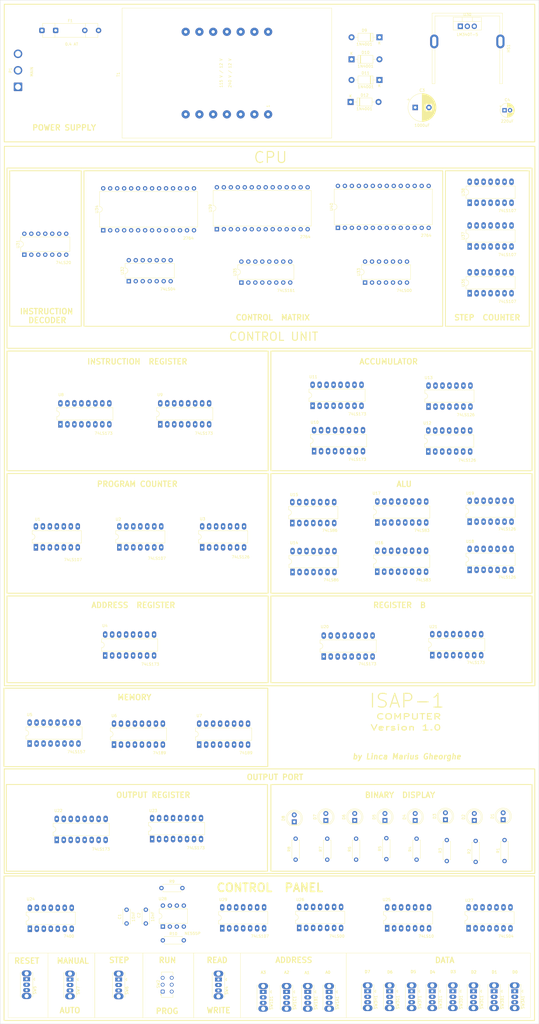
<source format=kicad_pcb>
(kicad_pcb (version 20240108) (generator "pcbnew") (generator_version "8.0")
  (layers (0 "F.Cu" signal) (31 "B.Cu" signal) (34 "B.Paste" user) (35 "F.Paste" user) (36 "B.SilkS" user "B.Silkscreen") (37 "F.SilkS" user "F.Silkscreen") (38 "B.Mask" user) (39 "F.Mask" user) (44 "Edge.Cuts" user))
  (net 0 "")
  (net 1 "GND")
  (net 2 "+5V")
  (net 4 "Net-(U1A-C)")
  (net 5 "Net-(U1B-C)")
  (net 7 "Net-(U1A-Q)")
  (net 8 "Net-(U2A-C)")
  (net 9 "Net-(SW1A1-C)")
  (net 10 "Net-(SW1C1-C)")
  (net 11 "Net-(SW1D1-C)")
  (net 12 "Net-(SW1B1-C)")
  (net 13 "Net-(SW3A1-C)")
  (net 15 "Net-(SW3B1-C)")
  (net 17 "Net-(U16-B2)")
  (net 18 "Net-(U16-B1)")
  (net 19 "/ALU/B5")
  (net 20 "/ALU/B4")
  (net 21 "Net-(U16-B4)")
  (net 22 "Net-(U16-B3)")
  (net 23 "/ALU/B6")
  (net 24 "/ALU/B7")
  (net 25 "/ALU/B2")
  (net 26 "Net-(U17-B1)")
  (net 27 "/ALU/B0")
  (net 28 "/ALU/B1")
  (net 29 "Net-(U17-B4)")
  (net 30 "/ALU/B3")
  (net 31 "Net-(U17-B3)")
  (net 32 "Net-(U17-B2)")
  (net 33 "/ALU/AC6")
  (net 34 "/ALU/AC4")
  (net 35 "Net-(U16-S2)")
  (net 36 "Net-(U16-S4)")
  (net 38 "/ALU/AC5")
  (net 39 "Net-(U16-S3)")
  (net 40 "Net-(U16-S1)")
  (net 41 "Net-(U16-C0)")
  (net 42 "/ALU/AC7")
  (net 43 "Net-(U17-S3)")
  (net 44 "/ALU/AC1")
  (net 45 "/ALU/AC2")
  (net 46 "/ALU/AC0")
  (net 47 "Net-(U17-S4)")
  (net 48 "Net-(U17-S1)")
  (net 49 "Net-(U17-S2)")
  (net 50 "/ALU/D4")
  (net 51 "/ALU/D6")
  (net 52 "/ALU/D7")
  (net 53 "/ALU/D5")
  (net 54 "/ALU/D2")
  (net 55 "/ALU/D3")
  (net 56 "/ALU/D1")
  (net 57 "/ALU/D0")
  (net 62 "Net-(SW3C1-C)")
  (net 64 "Net-(SW3D1-C)")
  (net 67 "Net-(SW3E1-C)")
  (net 69 "Net-(SW3F1-C)")
  (net 70 "Net-(SW3G1-C)")
  (net 72 "Net-(SW3H1-C)")
  (net 77 "Net-(D1-A)")
  (net 78 "Net-(D2-A)")
  (net 79 "Net-(D3-A)")
  (net 80 "Net-(D4-A)")
  (net 81 "Net-(D5-A)")
  (net 82 "Net-(D6-A)")
  (net 83 "Net-(D7-A)")
  (net 84 "Net-(D8-A)")
  (net 85 "/BinaryDisplay/DB0")
  (net 86 "Net-(U24-Pad12)")
  (net 87 "Net-(SW6-C)")
  (net 88 "Net-(U24-Pad10)")
  (net 89 "Net-(SW6-A)")
  (net 90 "Net-(SW7-C)")
  (net 91 "Net-(SW7-A)")
  (net 93 "/MAN")
  (net 95 "Net-(U25-Pad12)")
  (net 96 "Net-(U26-Pad13)")
  (net 97 "Net-(SW5-C)")
  (net 98 "Net-(U26-Pad2)")
  (net 99 "Net-(U26-Pad11)")
  (net 100 "Net-(U29A-Q)")
  (net 101 "Net-(SW5-A)")
  (net 102 "Net-(U27-Pad2)")
  (net 106 "Net-(U28-THR)")
  (net 107 "Net-(U28-Q)")
  (net 108 "Net-(U28-CV)")
  (net 109 "Net-(U28-DIS)")
  (net 113 "/ControlUnit/I7")
  (net 114 "/ControlUnit/I5")
  (net 115 "/ControlUnit/I6")
  (net 116 "/ControlUnit/I4")
  (net 117 "Net-(SW2B-B)")
  (net 118 "Net-(U36B-J)")
  (net 119 "Net-(U36A-K)")
  (net 120 "Net-(U36A-Q)")
  (net 121 "Net-(U36A-~{Q})")
  (net 122 "Net-(U36A-J)")
  (net 123 "Net-(U36B-K)")
  (net 124 "Net-(U37B-K)")
  (net 125 "Net-(U37A-K)")
  (net 126 "Net-(U38A-J)")
  (net 127 "/~{CE}")
  (net 128 "Net-(SW4-C)")
  (net 129 "/CP")
  (net 130 "/CLR")
  (net 131 "/~{CLK}")
  (net 132 "/EP")
  (net 133 "/CLK")
  (net 134 "/~{LM}")
  (net 135 "/~{LI}")
  (net 136 "/~{LA}")
  (net 137 "/EA")
  (net 138 "/SU")
  (net 139 "/EU")
  (net 140 "/~{LB}")
  (net 141 "/HLT")
  (net 142 "/~{LO}")
  (net 143 "Net-(D10-K)")
  (net 144 "Net-(D11-K)")
  (net 145 "/~{EI}")
  (net 146 "Net-(D11-A)")
  (net 147 "Net-(SW2A-A)")
  (net 148 "/BinaryDisplay/DB1")
  (net 149 "/BinaryDisplay/DB2")
  (net 150 "/BinaryDisplay/DB3")
  (net 151 "/BinaryDisplay/DB4")
  (net 152 "/BinaryDisplay/DB5")
  (net 153 "/BinaryDisplay/DB6")
  (net 154 "/BinaryDisplay/DB7")
  (net 155 "/~{DM}")
  (net 156 "Net-(T1-AA)")
  (net 157 "/~{CLR}")
  (net 158 "/~{LAR}")
  (net 159 "/AddressRegister/A3")
  (net 160 "/AddressRegister/A1")
  (net 161 "/AddressRegister/A0")
  (net 162 "/AddressRegister/A2")
  (net 163 "Net-(U5-Zc)")
  (net 164 "Net-(U5-Za)")
  (net 165 "Net-(U5-Zd)")
  (net 166 "Net-(U5-Zb)")
  (net 167 "Net-(P1-L)")
  (net 168 "Net-(P1-N)")
  (net 173 "Net-(U34-D0)")
  (net 175 "Net-(U34-D2)")
  (net 176 "Net-(U34-D3)")
  (net 178 "Net-(U34-D1)")
  (net 180 "Net-(U35-~{PE})")
  (net 181 "Net-(U37B-J)")
  (net 182 "Net-(U38A-K)")
  (net 184 "Net-(U35-Q1)")
  (net 185 "Net-(U35-Q0)")
  (net 186 "Net-(U35-Q2)")
  (net 187 "Net-(U35-Q3)")
  (net 194 "Net-(U32-Pad11)")
  (net 195 "Net-(U32-Pad6)")
  (net 196 "Net-(U32-Pad4)")
  (net 197 "Net-(U32-Pad5)")
  (net 199 "Net-(U32-Pad10)")
  (net 200 "Net-(U32-Pad2)")
  (net 202 "Net-(U35-~{MR})")
  (footprint "LED_THT:LED_D5.0mm" (layer "F.Cu") (at 241.42 325 90)
    (property "Reference" "D1")
    (property "Value" "LED")
  )
  (footprint "Package_DIP:DIP-16_W7.62mm_LongPads" (layer "F.Cu") (at 69.135 297.31 90)
    (property "Reference" "U5")
    (property "Value" "74LS157")
  )
  (footprint "Resistor_THT:R_Axial_DIN0207_L6.3mm_D2.5mm_P7.62mm_Horizontal" (layer "F.Cu") (at 241.92 340 90)
    (property "Reference" "R1")
    (property "Value" "1K")
  )
  (footprint "Resistor_THT:R_Axial_DIN0207_L6.3mm_D2.5mm_P7.62mm_Horizontal" (layer "F.Cu") (at 220.92 340 90)
    (property "Reference" "R3")
    (property "Value" "1K")
  )
  (footprint "Fuse:Fuseholder_Clip-5x20mm_Schurter_CQM_Inline_P20.60x5.00mm_D1.00mm_Horizontal" (layer "F.Cu") (at 73.62 38.19)
    (property "Reference" "F1")
    (property "Value" "3/8A (0.4A)")
  )
  (footprint "Package_DIP:DIP-14_W7.62mm_LongPads" (layer "F.Cu") (at 229.22 133.69 90)
    (property "Reference" "U36")
    (property "Value" "74LS107")
  )
  (footprint "Package_DIP:DIP-16_W7.62mm_LongPads" (layer "F.Cu") (at 116.68 181.31 90)
    (property "Reference" "U9")
    (property "Value" "74LS173")
  )
  (footprint "Button_Switch_THT:SW_Slide_SPDT_Straight_CK_OS102011MS2Q" (layer "F.Cu") (at 200.1225 387.31 -90)
    (property "Reference" "SW3G1")
    (property "Value" "SW_SPDT")
  )
  (footprint "Package_DIP:DIP-28_W15.24mm" (layer "F.Cu") (at 181.3 109.93 90)
    (property "Reference" "U40")
    (property "Value" "2764")
  )
  (footprint "LED_THT:LED_D5.0mm" (layer "F.Cu") (at 187.42 325.265 90)
    (property "Reference" "D6")
    (property "Value" "LED")
  )
  (footprint "Package_DIP:DIP-16_W7.62mm_LongPads" (layer "F.Cu") (at 195.645 216.985 90)
    (property "Reference" "U17")
    (property "Value" "74LS83")
  )
  (footprint "Transformer_THT:Transformer_CHK_EI54-16VA_Neutral" (layer "F.Cu") (at 155.92 68.69 90)
    (property "Reference" "T1")
    (property "Value" "F-25X 115V(240V) /12V 1.5A")
  )
  (footprint "Button_Switch_THT:SW_Slide_SPDT_Straight_CK_OS102011MS2Q" (layer "F.Cu") (at 245.6225 387.31 -90)
    (property "Reference" "SW3A1")
    (property "Value" "SW_SPDT")
  )
  (footprint "Button_Switch_THT:SW_Slide_SPDT_Straight_CK_OS102011MS2Q" (layer "F.Cu") (at 178.1225 387.53 -90)
    (property "Reference" "SW1A1")
    (property "Value" "SW_SPDT")
  )
  (footprint "Package_DIP:DIP-16_W7.62mm_LongPads" (layer "F.Cu") (at 195.605 234.865 90)
    (property "Reference" "U16")
    (property "Value" "74LS83")
  )
  (footprint "Package_DIP:DIP-16_W7.62mm_LongPads" (layer "F.Cu") (at 215.64 265.19 90)
    (property "Reference" "U21")
    (property "Value" "74LS173")
  )
  (footprint "Package_DIP:DIP-14_W7.62mm" (layer "F.Cu") (at 191.18 129.81 90)
    (property "Reference" "U33")
    (property "Value" "74LS00")
  )
  (footprint "Resistor_THT:R_Axial_DIN0207_L6.3mm_D2.5mm_P7.62mm_Horizontal" (layer "F.Cu") (at 165.92 339.5 90)
    (property "Reference" "R8")
    (property "Value" "1K")
  )
  (footprint "Capacitor_THT:C_Disc_D5.0mm_W2.5mm_P5.00mm" (layer "F.Cu") (at 111.42 357.69 -90)
    (property "Reference" "C2")
    (property "Value" "10nF")
  )
  (footprint "Package_DIP:DIP-14_W7.62mm" (layer "F.Cu") (at 67.22 119.69 90)
    (property "Reference" "U31")
    (property "Value" "74LS20")
  )
  (footprint "Button_Switch_THT:SW_Slide_SPDT_Straight_CK_OS102011MS2Q" (layer "F.Cu") (at 83.84 383.03 -90)
    (property "Reference" "SW7")
    (property "Value" "SW_SPDT")
  )
  (footprint "Button_Switch_THT:SW_Slide_SPDT_Straight_CK_OS102011MS2Q" (layer "F.Cu") (at 192.1225 387.31 -90)
    (property "Reference" "SW3H1")
    (property "Value" "SW_SPDT")
  )
  (footprint "Package_DIP:DIP-16_W7.62mm" (layer "F.Cu") (at 146.18 129.81 90)
    (property "Reference" "U35")
    (property "Value" "74LS161")
  )
  (footprint "Package_DIP:DIP-16_W7.62mm_LongPads" (layer "F.Cu") (at 79.015 332.31 90)
    (property "Reference" "U22")
    (property "Value" "74LS173")
  )
  (footprint "Package_DIP:DIP-14_W7.62mm_LongPads" (layer "F.Cu") (at 228.84 364.43 90)
    (property "Reference" "U27")
    (property "Value" "74LS04")
  )
  (footprint "Heatsink:Heatsink_AAVID_590302B03600G" (layer "F.Cu") (at 240.42 42.19 -90)
    (property "Reference" "HS1")
    (property "Value" "Heatsink")
  )
  (footprint "Resistor_THT:R_Axial_DIN0207_L6.3mm_D2.5mm_P7.62mm_Horizontal" (layer "F.Cu") (at 177.42 339.5 90)
    (property "Reference" "R7")
    (property "Value" "1K")
  )
  (footprint "Resistor_THT:R_Axial_DIN0207_L6.3mm_D2.5mm_P7.62mm_Horizontal" (layer "F.Cu") (at 187.92 339.5 90)
    (property "Reference" "R6")
    (property "Value" "1K")
  )
  (footprint "Package_DIP:DIP-14_W7.62mm_LongPads" (layer "F.Cu") (at 214.18 191.19 90)
    (property "Reference" "U12")
    (property "Value" "74LS126")
  )
  (footprint "LED_THT:LED_D5.0mm" (layer "F.Cu") (at 209.42 325.265 90)
    (property "Reference" "D4")
    (property "Value" "LED")
  )
  (footprint "Button_Switch_THT:SW_Slide_SPDT_Straight_CK_OS102011MS2Q" (layer "F.Cu") (at 223.1225 387.31 -90)
    (property "Reference" "SW3D1")
    (property "Value" "SW_SPDT")
  )
  (footprint "Button_Switch_THT:SW_Slide_SPDT_Straight_CK_OS102011MS2Q" (layer "F.Cu") (at 215.6225 387.31 -90)
    (property "Reference" "SW3E1")
    (property "Value" "SW_SPDT")
  )
  (footprint "Package_DIP:DIP-16_W7.62mm_LongPads" (layer "F.Cu") (at 80.355 181.31 90)
    (property "Reference" "U8")
    (property "Value" "74LS173")
  )
  (footprint "Package_DIP:DIP-14_W7.62mm_LongPads" (layer "F.Cu") (at 229.22 100.81 90)
    (property "Reference" "U38")
    (property "Value" "74LS107")
  )
  (footprint "Package_DIP:DIP-14_W7.62mm_LongPads" (layer "F.Cu") (at 229.22 216.69 90)
    (property "Reference" "U19")
    (property "Value" "74LS126")
  )
  (footprint "Package_DIP:DIP-28_W15.24mm" (layer "F.Cu") (at 137.26 110.43 90)
    (property "Reference" "U39")
    (property "Value" "2764")
  )
  (footprint "Button_Switch_THT:SW_Slide_SPDT_Straight_CK_OS102011MS2Q" (layer "F.Cu") (at 230.6225 387.31 -90)
    (property "Reference" "SW3C1")
    (property "Value" "SW_SPDT")
  )
  (footprint "Package_DIP:DIP-14_W7.62mm_LongPads" (layer "F.Cu") (at 69.22 364.605 90)
    (property "Reference" "U24")
    (property "Value" "7400")
  )
  (footprint "Diode_THT:D_DO-41_SOD81_P10.16mm_Horizontal" (layer "F.Cu") (at 186.26 48.69)
    (property "Reference" "D10")
    (property "Value" "1N4001")
  )
  (footprint "Package_DIP:DIP-14_W7.62mm_LongPads" (layer "F.Cu") (at 199.22 364.43 90)
    (property "Reference" "U25")
    (property "Value" "74LS10")
  )
  (footprint "Resistor_THT:R_Axial_DIN0207_L6.3mm_D2.5mm_P7.62mm_Horizontal" (layer "F.Cu") (at 209.92 339.5 90)
    (property "Reference" "R4")
    (property "Value" "1K")
  )
  (footprint "Package_DIP:DIP-14_W7.62mm" (layer "F.Cu") (at 105.22 129.31 90)
    (property "Reference" "U32")
    (property "Value" "74LS04")
  )
  (footprint "Connector_Wire:SolderWire-1.5sqmm_1x03_P6mm_D1.7mm_OD3mm" (layer "F.Cu") (at 64.92 58.69 90)
    (property "Reference" "P1")
    (property "Value" "IEC_60320_C13_Plug")
  )
  (footprint "Package_DIP:DIP-16_W7.62mm_LongPads" (layer "F.Cu") (at 176.14 265.69 90)
    (property "Reference" "U20")
    (property "Value" "74LS173")
  )
  (footprint "Package_DIP:DIP-16_W7.62mm_LongPads" (layer "F.Cu") (at 130.84 297.69 90)
    (property "Reference" "U7")
    (property "Value" "74189")
  )
  (footprint "Button_Switch_THT:SW_Slide_SPDT_Straight_CK_OS102011MS2Q" (layer "F.Cu") (at 101.5425 383.03 -90)
    (property "Reference" "SW6")
    (property "Value" "SW_SPDT")
  )
  (footprint "Package_DIP:DIP-28_W15.24mm" (layer "F.Cu") (at 95.92 110.815 90)
    (property "Reference" "U34")
    (property "Value" "2764")
  )
  (footprint "Package_DIP:DIP-14_W7.62mm_LongPads" (layer "F.Cu") (at 131.92 226.015 90)
    (property "Reference" "U3")
    (property "Value" "74LS126")
  )
  (footprint "Resistor_THT:R_Axial_DIN0207_L6.3mm_D2.5mm_P7.62mm_Horizontal" (layer "F.Cu") (at 117.61 368.81)
    (property "Reference" "R10")
    (property "Value" "18K")
  )
  (footprint "Package_DIP:DIP-14_W7.62mm_LongPads" (layer "F.Cu") (at 164.805 234.985 90)
    (property "Reference" "U14")
    (property "Value" "74LS86")
  )
  (footprint "LED_THT:LED_D5.0mm" (layer "F.Cu") (at 230.92 325.265 90)
    (property "Reference" "D2")
    (property "Value" "LED")
  )
  (footprint "Button_Switch_THT:SW_Slide_SPDT_Straight_CK_OS102011MS2Q" (layer "F.Cu") (at 154.1225 387.53 -90)
    (property "Reference" "SW1D1")
    (property "Value" "SW_SPDT")
  )
  (footprint "Resistor_THT:R_Axial_DIN0207_L6.3mm_D2.5mm_P7.62mm_Horizontal" (layer "F.Cu") (at 231.42 340.31 90)
    (property "Reference" "R2")
    (property "Value" "1K")
  )
  (footprint "Resistor_THT:R_Axial_DIN0207_L6.3mm_D2.5mm_P7.62mm_Horizontal" (layer "F.Cu") (at 198.92 339.31 90)
    (property "Reference" "R5")
    (property "Value" "1K")
  )
  (footprint "Package_DIP:DIP-16_W7.62mm_LongPads" (layer "F.Cu") (at 96.64 265.31 90)
    (property "Reference" "U4")
    (property "Value" "74LS173")
  )
  (footprint "Button_Switch_THT:SW_Slide_SPDT_Straight_CK_OS102011MS2Q" (layer "F.Cu") (at 68.0425 382.93 -90)
    (property "Reference" "SW5")
    (property "Value" "SW_SPDT")
  )
  (footprint "Package_DIP:DIP-14_W7.62mm_LongPads" (layer "F.Cu") (at 139.22 364.43 90)
    (property "Reference" "U29")
    (property "Value" "74LS107")
  )
  (footprint "Package_TO_SOT_THT:TO-220-3_Vertical" (layer "F.Cu") (at 225.84 36.69)
    (property "Reference" "U30")
    (property "Value" "LM340T-5")
  )
  (footprint "Button_Switch_THT:SW_Slide_SPDT_Straight_CK_OS102011MS2Q" (layer "F.Cu") (at 208.1225 387.31 -90)
    (property "Reference" "SW3F1")
    (property "Value" "SW_SPDT")
  )
  (footprint "LED_THT:LED_D5.0mm" (layer "F.Cu") (at 176.92 325.265 90)
    (property "Reference" "D7")
    (property "Value" "LED")
  )
  (footprint "Diode_THT:D_DO-41_SOD81_P10.16mm_Horizontal" (layer "F.Cu") (at 196.42 56.19 180)
    (property "Reference" "D11")
    (property "Value" "1N4001")
  )
  (footprint "Package_DIP:DIP-16_W7.62mm_LongPads" (layer "F.Cu") (at 172.64 191.07 90)
    (property "Reference" "U10")
    (property "Value" "74LS173")
  )
  (footprint "Capacitor_THT:CP_Radial_D5.0mm_P2.00mm" (layer "F.Cu") (at 241.92 67.19)
    (property "Reference" "C4")
    (property "Value" "220uF")
  )
  (footprint "Package_DIP:DIP-8_W7.62mm" (layer "F.Cu") (at 117.62 363.81 90)
    (property "Reference" "U28")
    (property "Value" "NE555P")
  )
  (footprint "LED_THT:LED_D5.0mm" (layer "F.Cu") (at 165.42 325.765 90)
    (property "Reference" "D8")
    (property "Value" "LED")
  )
  (footprint "Package_DIP:DIP-16_W7.62mm_LongPads" (layer "F.Cu") (at 99.84 297.69 90)
    (property "Reference" "U6")
    (property "Value" "74189")
  )
  (footprint "Button_Switch_THT:SW_Slide_SPDT_Straight_CK_OS102011MS2Q" (layer "F.Cu") (at 137.84 383.03 -90)
    (property "Reference" "SW4")
    (property "Value" "SW_SPDT")
  )
  (footprint "Package_DIP:DIP-14_W7.62mm_LongPads" (layer "F.Cu") (at 101.795 226.015 90)
    (property "Reference" "U2")
    (property "Value" "74LS107")
  )
  (footprint "LED_THT:LED_D5.0mm" (layer "F.Cu") (at 220.42 325 90)
    (property "Reference" "D3")
    (property "Value" "LED")
  )
  (footprint "Resistor_THT:R_Axial_DIN0207_L6.3mm_D2.5mm_P7.62mm_Horizontal" (layer "F.Cu") (at 117.11 349.81)
    (property "Reference" "R9")
    (property "Value" "36K")
  )
  (footprint "Button_Switch_THT:SW_CK_JS202011CQN_DPDT_Straight" (layer "F.Cu") (at 117.54 387.43 90)
    (property "Reference" "SW2")
    (property "Value" "SW_DPDT_x2")
  )
  (footprint "Package_DIP:DIP-14_W7.62mm_LongPads" (layer "F.Cu") (at 167.22 364.31 90)
    (property "Reference" "U26")
    (property "Value" "74LS00")
  )
  (footprint "Capacitor_THT:C_Disc_D5.0mm_W2.5mm_P5.00mm" (layer "F.Cu") (at 104.42 362.69 90)
    (property "Reference" "C1")
    (property "Value" "10nF")
  )
  (footprint "Package_DIP:DIP-14_W7.62mm_LongPads" (layer "F.Cu") (at 164.72 217.19 90)
    (property "Reference" "U15")
    (property "Value" "74LS86")
  )
  (footprint "LED_THT:LED_D5.0mm" (layer "F.Cu") (at 198.42 325.265 90)
    (property "Reference" "D5")
    (property "Value" "LED")
  )
  (footprint "Package_DIP:DIP-16_W7.62mm_LongPads" (layer "F.Cu") (at 172.1 174.57 90)
    (property "Reference" "U11")
    (property "Value" "74LS173")
  )
  (footprint "Diode_THT:D_DO-41_SOD81_P10.16mm_Horizontal" (layer "F.Cu") (at 196.42 40.69 180)
    (property "Reference" "D9")
    (property "Value" "1N4001")
  )
  (footprint "Package_DIP:DIP-16_W7.62mm_LongPads" (layer "F.Cu") (at 113.72 332.015 90)
    (property "Reference" "U23")
    (property "Value" "74LS173")
  )
  (footprint "Button_Switch_THT:SW_Slide_SPDT_Straight_CK_OS102011MS2Q" (layer "F.Cu") (at 170.325 387.53 -90)
    (property "Reference" "SW1B1")
    (property "Value" "SW_SPDT")
  )
  (footprint "Capacitor_THT:CP_Radial_D10.0mm_P5.00mm" (layer "F.Cu") (at 209.42 66.19)
    (property "Reference" "C3")
    (property "Value" "1000uF")
  )
  (footprint "Button_Switch_THT:SW_Slide_SPDT_Straight_CK_OS102011MS2Q" (layer "F.Cu") (at 238.1225 387.31 -90)
    (property "Reference" "SW3B1")
    (property "Value" "SW_SPDT")
  )
  (footprint "Diode_THT:D_DO-41_SOD81_P10.16mm_Horizontal" (layer "F.Cu") (at 185.92 64.19)
    (property "Reference" "D12")
    (property "Value" "1N4001")
  )
  (footprint "Package_DIP:DIP-14_W7.62mm_LongPads" (layer "F.Cu") (at 71.42 226.015 90)
    (property "Reference" "U1")
    (property "Value" "74LS107")
  )
  (footprint "Package_DIP:DIP-14_W7.62mm_LongPads" (layer "F.Cu") (at 229.22 234.19 90)
    (property "Reference" "U18")
    (property "Value" "74LS126")
  )
  (footprint "Package_DIP:DIP-14_W7.62mm_LongPads" (layer "F.Cu") (at 229.22 116.69 90)
    (property "Reference" "U37")
    (property "Value" "74LS107")
  )
  (footprint "Button_Switch_THT:SW_Slide_SPDT_Straight_CK_OS102011MS2Q" (layer "F.Cu") (at 162.6225 387.53 -90)
    (property "Reference" "SW1C1")
    (property "Value" "SW_SPDT")
  )
  (footprint "Package_DIP:DIP-14_W7.62mm_LongPads" (layer "F.Cu") (at 214.265 174.865 90)
    (property "Reference" "U13")
    (property "Value" "74LS126")
  )
  (gr_rect (start 156.92 243.69) (end 251.92 275.19) (stroke (width 0.3)) (fill none) (layer "F.SilkS"))
  (gr_rect (start 60.92 88.19) (end 251.92 153.69) (stroke (width 0.2794)) (fill none) (layer "F.SilkS"))
  (gr_rect (start 60.92 243.69) (end 155.92 275.19) (stroke (width 0.3)) (fill none) (layer "F.SilkS"))
  (gr_rect (start 61.34 373.43) (end 75.84 396.93) (stroke (width 0.1)) (fill none) (layer "F.SilkS"))
  (gr_rect (start 156.92 199.19) (end 251.92 242.69) (stroke (width 0.3)) (fill none) (layer "F.SilkS"))
  (gr_rect (start 156.92 312.19) (end 251.92 343.69) (stroke (width 0.3)) (fill none) (layer "F.SilkS"))
  (gr_rect (start 59.84 345.43) (end 252.84 397.93) (stroke (width 0.3)) (fill none) (layer "F.SilkS"))
  (gr_rect (start 110.34 373.43) (end 128.84 396.93) (stroke (width 0.1)) (fill none) (layer "F.SilkS"))
  (gr_rect (start 59.92 28.69) (end 252.92 78.69) (stroke (width 0.3)) (fill none) (layer "F.SilkS"))
  (gr_rect (start 156.92 154.69) (end 251.92 198.19) (stroke (width 0.3)) (fill none) (layer "F.SilkS"))
  (gr_rect (start 220.42 89.19) (end 250.92 145.69) (stroke (width 0.2794)) (fill none) (layer "F.SilkS"))
  (gr_rect (start 59.92 306.515) (end 252.92 344.515) (stroke (width 0.3)) (fill none) (layer "F.SilkS"))
  (gr_rect (start 60.92 154.69) (end 155.92 198.19) (stroke (width 0.3)) (fill none) (layer "F.SilkS"))
  (gr_rect (start 60.67 312.19) (end 155.67 343.69) (stroke (width 0.3)) (fill none) (layer "F.SilkS"))
  (gr_rect (start 128.84 373.43) (end 145.84 396.93) (stroke (width 0.1)) (fill none) (layer "F.SilkS"))
  (gr_rect (start 59.96 80.31) (end 252.96 276.31) (stroke (width 0.3)) (fill none) (layer "F.SilkS"))
  (gr_rect (start 60.92 199.19) (end 155.92 242.69) (stroke (width 0.3)) (fill none) (layer "F.SilkS"))
  (gr_rect (start 145.84 373.43) (end 184.34 396.93) (stroke (width 0.1)) (fill none) (layer "F.SilkS"))
  (gr_rect (start 59.795 277.19) (end 155.795 305.69) (stroke (width 0.3)) (fill none) (layer "F.SilkS"))
  (gr_rect (start 92.84 373.43) (end 110.34 396.93) (stroke (width 0.1)) (fill none) (layer "F.SilkS"))
  (gr_rect (start 184.34 373.43) (end 251.34 396.93) (stroke (width 0.1)) (fill none) (layer "F.SilkS"))
  (gr_rect (start 88.92 89.19) (end 219.42 145.69) (stroke (width 0.2794)) (fill none) (layer "F.SilkS"))
  (gr_rect (start 61.9 89.19) (end 87.92 145.69) (stroke (width 0.2794)) (fill none) (layer "F.SilkS"))
  (gr_rect (start 75.84 373.43) (end 92.84 396.93) (stroke (width 0.1)) (fill none) (layer "F.SilkS"))
  (gr_rect (start 58.42 27.19) (end 254.42 399.19) (stroke (width 0.1)) (fill none) (layer "Edge.Cuts"))
  (gr_text "DATA" (at 216.42 377.19 0) (layer "F.SilkS") (effects (font (size 2 2) (thickness 0.4) (bold yes)) (justify left bottom)))
  (gr_text "ACCUMULATOR" (at 188.92 159.69 0) (layer "F.SilkS") (effects (font (size 2 2) (thickness 0.4) (bold yes)) (justify left bottom)))
  (gr_text "D3" (at 222.1225 380.81 0) (layer "F.SilkS") (effects (font (size 1 1) (thickness 0.2) (bold yes)) (justify left bottom)))
  (gr_text "74LS161" (at 162.42 132.69 0) (layer "F.SilkS") (effects (font (size 1 1))))
  (gr_text "READ" (at 133.34 377.19 0) (layer "F.SilkS") (effects (font (size 2 2) (thickness 0.4) (bold yes)) (justify left bottom)))
  (gr_text "AUTO" (at 79.84 395.43 0) (layer "F.SilkS") (effects (font (size 2 2) (thickness 0.4) (bold yes)) (justify left bottom)))
  (gr_text "CONTROL  PANEL" (at 136.84 351.43 0) (layer "F.SilkS") (effects (font (size 3 3) (thickness 0.6) (bold yes)) (justify left bottom)))
  (gr_text "ALU" (at 202.42 204.19 0) (layer "F.SilkS") (effects (font (size 2 2) (thickness 0.4) (bold yes)) (justify left bottom)))
  (gr_text "74LS83" (at 212.345 237.865 0) (layer "F.SilkS") (effects (font (size 1 1))))
  (gr_text "STEP  COUNTER" (at 223.42 143.69 0) (layer "F.SilkS") (effects (font (size 2 2) (thickness 0.4) (bold yes)) (justify left bottom)))
  (gr_text "74LS126" (at 227.805 177.865 0) (layer "F.SilkS") (effects (font (size 1 1))))
  (gr_text "INSTRUCTION  REGISTER" (at 89.92 159.69 0) (layer "F.SilkS") (effects (font (size 2 2) (thickness 0.4) (bold yes)) (justify left bottom)))
  (gr_text "74LS173" (at 188.34 177.57 0) (layer "F.SilkS") (effects (font (size 1 1))))
  (gr_text "RESET" (at 63.34 377.43 0) (layer "F.SilkS") (effects (font (size 2 2) (thickness 0.4) (bold yes)) (justify left bottom)))
  (gr_text "ADDRESS  REGISTER" (at 91.42 248.19 0) (layer "F.SilkS") (effects (font (size 2 2) (thickness 0.4) (bold yes)) (justify left bottom)))
  (gr_text "1N4001" (at 191.42 58.69 0) (layer "F.SilkS") (effects (font (size 1 1))))
  (gr_text "D5" (at 207.6225 380.81 0) (layer "F.SilkS") (effects (font (size 1 1) (thickness 0.2) (bold yes)) (justify left bottom)))
  (gr_text "74LS126" (at 145.92 229.515 0) (layer "F.SilkS") (effects (font (size 1 1))))
  (gr_text "74LS83" (at 211.845 219.865 0) (layer "F.SilkS") (effects (font (size 1 1))))
  (gr_text "1N4001" (at 190.92 43.19 0) (layer "F.SilkS") (effects (font (size 1 1))))
  (gr_text "MAIN" (at 69.92 53.19 90) (layer "F.SilkS") (effects (font (size 1 1))))
  (gr_text "74LS173" (at 96.055 184.57 0) (layer "F.SilkS") (effects (font (size 1 1))))
  (gr_text "ISAP-1" (at 192.42 284.69 0) (layer "F.SilkS") (effects (font (size 5 5) (thickness 0.4)) (justify left bottom)))
  (gr_text "74LS173" (at 113.015 268.485 0) (layer "F.SilkS") (effects (font (size 1 1))))
  (gr_text "74LS107" (at 152.92 367.31 0) (layer "F.SilkS") (effects (font (size 1 1))))
  (gr_text "74LS126" (at 242.845 236.865 0) (layer "F.SilkS") (effects (font (size 1 1))))
  (gr_text "74LS173" (at 231.515 267.865 0) (layer "F.SilkS") (effects (font (size 1 1))))
  (gr_text "Version 1.0" (at 192.92 292.69 0) (layer "F.SilkS") (effects (font (size 2 3) (thickness 0.4) (bold yes)) (justify left bottom)))
  (gr_text "A1" (at 169.0425 381.15 0) (layer "F.SilkS") (effects (font (size 1 1) (thickness 0.2) (bold yes)) (justify left bottom)))
  (gr_text "MEMORY" (at 100.92 281.69 0) (layer "F.SilkS") (effects (font (size 2 2) (thickness 0.4) (bold yes)) (justify left bottom)))
  (gr_text "74LS173" (at 192.015 268.365 0) (layer "F.SilkS") (effects (font (size 1 1))))
  (gr_text "COMPUTER" (at 194.92 288.69 0) (layer "F.SilkS") (effects (font (size 2 3) (thickness 0.4) (bold yes)) (justify left bottom)))
  (gr_text "74LS173" (at 95.095 335.69 0) (layer "F.SilkS") (effects (font (size 1 1))))
  (gr_text "74LS20" (at 81.46 122.57 0) (layer "F.SilkS") (effects (font (size 1 1))))
  (gr_text "74LS107" (at 242.92 119.69 0) (layer "F.SilkS") (effects (font (size 1 1))))
  (gr_text "CPU" (at 150.42 86.69 0) (layer "F.SilkS") (effects (font (size 4 4) (thickness 0.4) (bold yes)) (justify left bottom)))
  (gr_text "7400" (at 83.42 367.31 0) (layer "F.SilkS") (effects (font (size 1 1))))
  (gr_text "OUTPUT PORT" (at 147.92 310.69 0) (layer "F.SilkS") (effects (font (size 2 2) (thickness 0.4) (bold yes)) (justify left bottom)))
  (gr_text "A2" (at 161.6225 381.03 0) (layer "F.SilkS") (effects (font (size 1 1) (thickness 0.2) (bold yes)) (justify left bottom)))
  (gr_text "74189" (at 116.38 300.69 0) (layer "F.SilkS") (effects (font (size 1 1))))
  (gr_text "D4" (at 214.6225 380.93 0) (layer "F.SilkS") (effects (font (size 1 1) (thickness 0.2) (bold yes)) (justify left bottom)))
  (gr_text "D6" (at 199.1225 380.93 0) (layer "F.SilkS") (effects (font (size 1 1) (thickness 0.2) (bold yes)) (justify left bottom)))
  (gr_text "2764" (at 126.92 113.69 0) (layer "F.SilkS") (effects (font (size 1 1))))
  (gr_text "74LS126" (at 228.305 194.365 0) (layer "F.SilkS") (effects (font (size 1 1))))
  (gr_text "74LS107" (at 84.92 230.515 0) (layer "F.SilkS") (effects (font (size 1 1))))
  (gr_text "RUN" (at 115.92 377.19 0) (layer "F.SilkS") (effects (font (size 2 2) (thickness 0.4) (bold yes)) (justify left bottom)))
  (gr_text "D2" (at 229.6225 380.93 0) (layer "F.SilkS") (effects (font (size 1 1) (thickness 0.2) (bold yes)) (justify left bottom)))
  (gr_text "ADDRESS" (at 158.34 377.15 0) (layer "F.SilkS") (effects (font (size 2 2) (thickness 0.4) (bold yes)) (justify left bottom)))
  (gr_text "74LS86" (at 178.345 219.865 0) (layer "F.SilkS") (effects (font (size 1 1))))
  (gr_text "74LS86" (at 178.845 237.865 0) (layer "F.SilkS") (effects (font (size 1 1))))
  (gr_text "STEP" (at 97.84 377.19 0) (layer "F.SilkS") (effects (font (size 2 2) (thickness 0.4) (bold yes)) (justify left bottom)))
  (gr_text "0.4 AT" (at 84.42 43.19 0) (layer "F.SilkS") (effects (font (size 1 1))))
  (gr_text "74LS107" (at 115.42 230.015 0) (layer "F.SilkS") (effects (font (size 1 1))))
  (gr_text "115 V / 12 V\n\n240 V / 12 V" (at 140.42 53.69 90) (layer "F.SilkS") (effects (font (size 1 1))))
  (gr_text "REGISTER  B" (at 193.92 248.19 0) (layer "F.SilkS") (effects (font (size 2 2) (thickness 0.4) (bold yes)) (justify left bottom)))
  (gr_text "74LS126" (at 242.845 219.365 0) (layer "F.SilkS") (effects (font (size 1 1))))
  (gr_text "74LS04" (at 242.42 367.31 0) (layer "F.SilkS") (effects (font (size 1 1))))
  (gr_text "OUTPUT REGISTER" (at 100.42 317.19 0) (layer "F.SilkS") (effects (font (size 2 2) (thickness 0.4) (bold yes)) (justify left bottom)))
  (gr_text "74LS00" (at 205.42 132.69 0) (layer "F.SilkS") (effects (font (size 1 1))))
  (gr_text "A3" (at 153.1225 381.03 0) (layer "F.SilkS") (effects (font (size 1 1) (thickness 0.2) (bold yes)) (justify left bottom)))
  (gr_text "2764" (at 213.42 112.69 0) (layer "F.SilkS") (effects (font (size 1 1))))
  (gr_text "POWER SUPPLY" (at 69.92 74.69 0) (layer "F.SilkS") (effects (font (size 2 2) (thickness 0.4) (bold yes)) (justify left bottom)))
  (gr_text "D1" (at 237.1225 380.93 0) (layer "F.SilkS") (effects (font (size 1 1) (thickness 0.2) (bold yes)) (justify left bottom)))
  (gr_text "INSTRUCTION\n  DECODER" (at 65.42 144.69 0) (layer "F.SilkS") (effects (font (size 2 2) (thickness 0.4) (bold yes)) (justify left bottom)))
  (gr_text "74LS173" (at 188.34 194.07 0) (layer "F.SilkS") (effects (font (size 1 1))))
  (gr_text "74LS00" (at 180.92 367.31 0) (layer "F.SilkS") (effects (font (size 1 1))))
  (gr_text "1N4001" (at 190.92 66.69 0) (layer "F.SilkS") (effects (font (size 1 1))))
  (gr_text "74189" (at 147.84 300.69 0) (layer "F.SilkS") (effects (font (size 1 1))))
  (gr_text "220uF" (at 242.92 71.19 0) (layer "F.SilkS") (effects (font (size 1 1))))
  (gr_text "WRITE" (at 133.34 395.43 0) (layer "F.SilkS") (effects (font (size 2 2) (thickness 0.4) (bold yes)) (justify left bottom)))
  (gr_text "74LS157" (at 86.135 300.31 0) (layer "F.SilkS") (effects (font (size 1 1))))
  (gr_text "by Linca Marius Gheorghe" (at 186.42 303.19 0) (layer "F.SilkS") (effects (font (size 2 2) (thickness 0.4) (bold yes) (italic yes)) (justify left bottom)))
  (gr_text "NE555P" (at 128.42 366.31 0) (layer "F.SilkS") (effects (font (size 1 1))))
  (gr_text "74LS107" (at 242.92 136.69 0) (layer "F.SilkS") (effects (font (size 1 1))))
  (gr_text "74LS173" (at 132.555 184.57 0) (layer "F.SilkS") (effects (font (size 1 1))))
  (gr_text "74LS107" (at 242.92 103.69 0) (layer "F.SilkS") (effects (font (size 1 1))))
  (gr_text "PROG" (at 114.84 395.69 0) (layer "F.SilkS") (effects (font (size 2 2) (thickness 0.4) (bold yes)) (justify left bottom)))
  (gr_text "PROGRAM COUNTER" (at 93.42 204.19 0) (layer "F.SilkS") (effects (font (size 2 2) (thickness 0.4) (bold yes)) (justify left bottom)))
  (gr_text "10nF" (at 113.92 360.19 90) (layer "F.SilkS") (effects (font (size 1 1))))
  (gr_text "CONTROL UNIT" (at 141.42 151.19 0) (layer "F.SilkS") (effects (font (size 3 3) (thickness 0.4) (bold yes)) (justify left bottom)))
  (gr_text "10nF" (at 106.92 360.19 90) (layer "F.SilkS") (effects (font (size 1 1))))
  (gr_text "74LS04" (at 119.42 132.19 0) (layer "F.SilkS") (effects (font (size 1 1))))
  (gr_text "D0" (at 244.6225 380.93 0) (layer "F.SilkS") (effects (font (size 1 1) (thickness 0.2) (bold yes)) (justify left bottom)))
  (gr_text "2764" (at 169.42 113.19 0) (layer "F.SilkS") (effects (font (size 1 1))))
  (gr_text "LM340T-5" (at 228.42 39.69 0) (layer "F.SilkS") (effects (font (size 1 1))))
  (gr_text "D7" (at 190.92 380.81 0) (layer "F.SilkS") (effects (font (size 1 1) (thickness 0.2) (bold yes)) (justify left bottom)))
  (gr_text "MANUAL" (at 78.84 377.43 0) (layer "F.SilkS") (effects (font (size 2 2) (thickness 0.4) (bold yes)) (justify left bottom)))
  (gr_text "74LS10" (at 213.42 367.31 0) (layer "F.SilkS") (effects (font (size 1 1))))
  (gr_text "1000uF" (at 211.92 72.69 0) (layer "F.SilkS") (effects (font (size 1 1))))
  (gr_text "BINARY  DISPLAY" (at 190.92 317.19 0) (layer "F.SilkS") (effects (font (size 2 2) (thickness 0.4) (bold yes)) (justify left bottom)))
  (gr_text "1N4001" (at 191.34 51.19 0) (layer "F.SilkS") (effects (font (size 1 1))))
  (gr_text "74LS173" (at 129.595 335.19 0) (layer "F.SilkS") (effects (font (size 1 1))))
  (gr_text "A0" (at 176.6225 381.03 0) (layer "F.SilkS") (effects (font (size 1 1) (thickness 0.2) (bold yes)) (justify left bottom)))
  (gr_text "CONTROL  MATRIX" (at 143.92 143.69 0) (layer "F.SilkS") (effects (font (size 2 2) (thickness 0.4) (bold yes)) (justify left bottom)))
)
</source>
